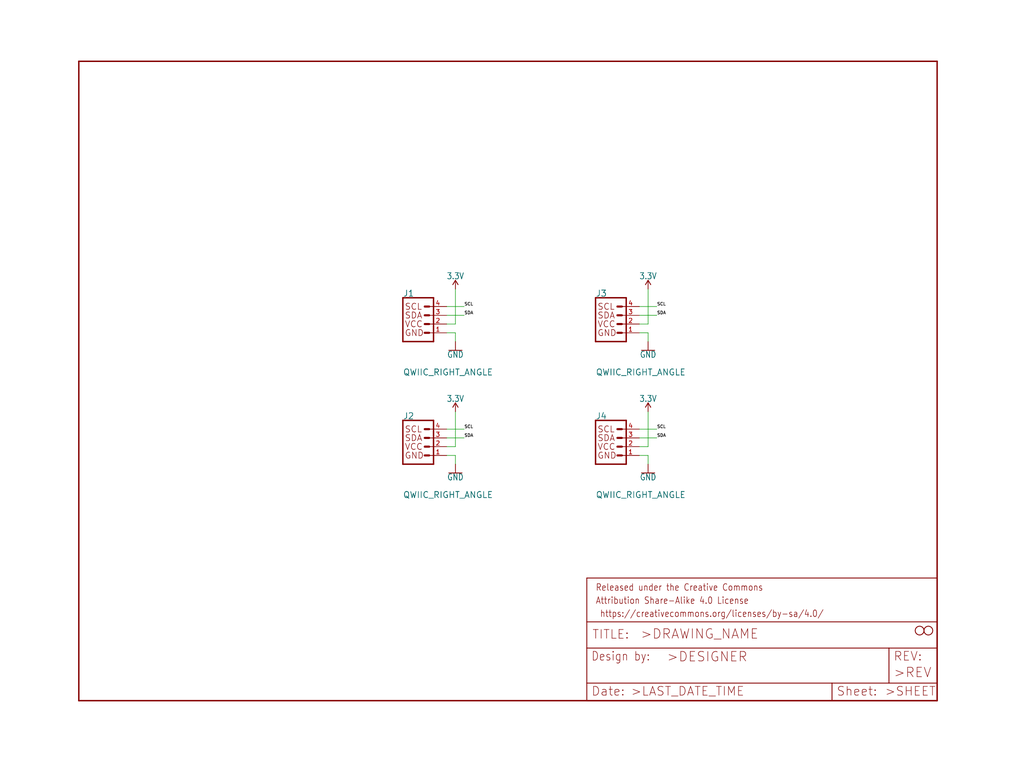
<source format=kicad_sch>
(kicad_sch (version 20211123) (generator eeschema)
  (paper "User" 297.002 223.926)
  (lib_symbols
    (symbol "eagleSchem-eagle-import:3.3V" (power)
      (property "Value" "3.3V" (at 0 2.794 0))
      (symbol "3.3V_1_0"
        (polyline (pts (xy 0 2.54) (xy -0.762 1.27)) (stroke (width 0.254)))
        (polyline (pts (xy 0.762 1.27) (xy 0 2.54)) (stroke (width 0.254)))
        (pin power_in line (at 0 0 90) (length 2.54) (name "3.3V") (number "1"))
      )
    )
    (symbol "eagleSchem-eagle-import:FRAME-LETTER"
      (symbol "FRAME-LETTER_1_0"
        (polyline (pts (xy 0 0) (xy 248.92 0)) (stroke (width 0.4064)))
        (polyline (pts (xy 0 185.42) (xy 0 0)) (stroke (width 0.4064)))
        (polyline (pts (xy 0 185.42) (xy 248.92 185.42)) (stroke (width 0.4064)))
        (polyline (pts (xy 248.92 185.42) (xy 248.92 0)) (stroke (width 0.4064)))
      )
      (symbol "FRAME-LETTER_2_0"
        (polyline (pts (xy 0 0) (xy 0 5.08)) (stroke (width 0.254)))
        (polyline (pts (xy 0 0) (xy 71.12 0)) (stroke (width 0.254)))
        (polyline (pts (xy 0 5.08) (xy 0 15.24)) (stroke (width 0.254)))
        (polyline (pts (xy 0 5.08) (xy 71.12 5.08)) (stroke (width 0.254)))
        (polyline (pts (xy 0 15.24) (xy 0 22.86)) (stroke (width 0.254)))
        (polyline (pts (xy 0 22.86) (xy 0 35.56)) (stroke (width 0.254)))
        (polyline (pts (xy 0 22.86) (xy 101.6 22.86)) (stroke (width 0.254)))
        (polyline (pts (xy 71.12 0) (xy 101.6 0)) (stroke (width 0.254)))
        (polyline (pts (xy 71.12 5.08) (xy 71.12 0)) (stroke (width 0.254)))
        (polyline (pts (xy 71.12 5.08) (xy 87.63 5.08)) (stroke (width 0.254)))
        (polyline (pts (xy 87.63 5.08) (xy 101.6 5.08)) (stroke (width 0.254)))
        (polyline (pts (xy 87.63 15.24) (xy 0 15.24)) (stroke (width 0.254)))
        (polyline (pts (xy 87.63 15.24) (xy 87.63 5.08)) (stroke (width 0.254)))
        (polyline (pts (xy 101.6 5.08) (xy 101.6 0)) (stroke (width 0.254)))
        (polyline (pts (xy 101.6 15.24) (xy 87.63 15.24)) (stroke (width 0.254)))
        (polyline (pts (xy 101.6 15.24) (xy 101.6 5.08)) (stroke (width 0.254)))
        (polyline (pts (xy 101.6 22.86) (xy 101.6 15.24)) (stroke (width 0.254)))
        (polyline (pts (xy 101.6 35.56) (xy 0 35.56)) (stroke (width 0.254)))
        (polyline (pts (xy 101.6 35.56) (xy 101.6 22.86)) (stroke (width 0.254)))
        (text " https://creativecommons.org/licenses/by-sa/4.0/" (at 2.54 24.13 0) (effects (font (size 1.9304 1.6408)) (justify left bottom)))
        (text ">DESIGNER" (at 23.114 11.176 0) (effects (font (size 2.7432 2.7432)) (justify left bottom)))
        (text ">DRAWING_NAME" (at 15.494 17.78 0) (effects (font (size 2.7432 2.7432)) (justify left bottom)))
        (text ">LAST_DATE_TIME" (at 12.7 1.27 0) (effects (font (size 2.54 2.54)) (justify left bottom)))
        (text ">REV" (at 88.9 6.604 0) (effects (font (size 2.7432 2.7432)) (justify left bottom)))
        (text ">SHEET" (at 86.36 1.27 0) (effects (font (size 2.54 2.54)) (justify left bottom)))
        (text "Attribution Share-Alike 4.0 License" (at 2.54 27.94 0) (effects (font (size 1.9304 1.6408)) (justify left bottom)))
        (text "Date:" (at 1.27 1.27 0) (effects (font (size 2.54 2.54)) (justify left bottom)))
        (text "Design by:" (at 1.27 11.43 0) (effects (font (size 2.54 2.159)) (justify left bottom)))
        (text "Released under the Creative Commons" (at 2.54 31.75 0) (effects (font (size 1.9304 1.6408)) (justify left bottom)))
        (text "REV:" (at 88.9 11.43 0) (effects (font (size 2.54 2.54)) (justify left bottom)))
        (text "Sheet:" (at 72.39 1.27 0) (effects (font (size 2.54 2.54)) (justify left bottom)))
        (text "TITLE:" (at 1.524 17.78 0) (effects (font (size 2.54 2.54)) (justify left bottom)))
      )
    )
    (symbol "eagleSchem-eagle-import:GND" (power)
      (property "Value" "GND" (at 0 -0.254 0))
      (symbol "GND_1_0"
        (polyline (pts (xy -1.905 0) (xy 1.905 0)) (stroke (width 0.254)))
        (pin power_in line (at 0 2.54 270) (length 2.54) (name "GND") (number "1"))
      )
    )
    (symbol "eagleSchem-eagle-import:QWIIC_CONNECTORJS-1MM"
      (property "Reference" "J" (at -5.08 7.874 0))
      (property "Value" "QWIIC_CONNECTORJS-1MM" (at -5.08 -5.334 0))
      (symbol "QWIIC_CONNECTORJS-1MM_1_0"
        (polyline (pts (xy -5.08 7.62) (xy -5.08 -5.08)) (stroke (width 0.4064)))
        (polyline (pts (xy -5.08 7.62) (xy 3.81 7.62)) (stroke (width 0.4064)))
        (polyline (pts (xy 1.27 -2.54) (xy 2.54 -2.54)) (stroke (width 0.6096)))
        (polyline (pts (xy 1.27 0) (xy 2.54 0)) (stroke (width 0.6096)))
        (polyline (pts (xy 1.27 2.54) (xy 2.54 2.54)) (stroke (width 0.6096)))
        (polyline (pts (xy 1.27 5.08) (xy 2.54 5.08)) (stroke (width 0.6096)))
        (polyline (pts (xy 3.81 -5.08) (xy -5.08 -5.08)) (stroke (width 0.4064)))
        (polyline (pts (xy 3.81 -5.08) (xy 3.81 7.62)) (stroke (width 0.4064)))
        (text "GND" (at -4.572 -2.54 0) (effects (font (size 1.778 1.778)) (justify left)))
        (text "SCL" (at -4.572 5.08 0) (effects (font (size 1.778 1.778)) (justify left)))
        (text "SDA" (at -4.572 2.54 0) (effects (font (size 1.778 1.778)) (justify left)))
        (text "VCC" (at -4.572 0 0) (effects (font (size 1.778 1.778)) (justify left)))
        (pin power_in line (at 7.62 -2.54 180) (length 5.08) (name "1") (number "1"))
        (pin power_in line (at 7.62 0 180) (length 5.08) (name "2") (number "2"))
        (pin passive line (at 7.62 2.54 180) (length 5.08) (name "3") (number "3"))
        (pin passive line (at 7.62 5.08 180) (length 5.08) (name "4") (number "4"))
      )
    )
    (symbol "eagleSchem-eagle-import:STAND-OFFTIGHT"
      (symbol "STAND-OFFTIGHT_1_0"
        (circle (center 0 0) (radius 1.27) (stroke (width 0.254)))
      )
    )
  )
  (wire (pts (xy 187.96 93.98) (xy 187.96 83.82)))
  (wire (pts (xy 185.42 91.44) (xy 190.5 91.44)))
  (wire (pts (xy 129.54 124.46) (xy 134.62 124.46)))
  (wire (pts (xy 185.42 129.54) (xy 187.96 129.54)))
  (wire (pts (xy 129.54 93.98) (xy 132.08 93.98)))
  (wire (pts (xy 132.08 129.54) (xy 132.08 119.38)))
  (wire (pts (xy 129.54 88.9) (xy 134.62 88.9)))
  (wire (pts (xy 187.96 129.54) (xy 187.96 119.38)))
  (wire (pts (xy 187.96 132.08) (xy 187.96 134.62)))
  (wire (pts (xy 129.54 127) (xy 134.62 127)))
  (wire (pts (xy 129.54 96.52) (xy 132.08 96.52)))
  (wire (pts (xy 129.54 91.44) (xy 134.62 91.44)))
  (wire (pts (xy 185.42 132.08) (xy 187.96 132.08)))
  (wire (pts (xy 187.96 96.52) (xy 187.96 99.06)))
  (wire (pts (xy 185.42 124.46) (xy 190.5 124.46)))
  (wire (pts (xy 129.54 129.54) (xy 132.08 129.54)))
  (wire (pts (xy 185.42 93.98) (xy 187.96 93.98)))
  (wire (pts (xy 185.42 88.9) (xy 190.5 88.9)))
  (wire (pts (xy 132.08 93.98) (xy 132.08 83.82)))
  (wire (pts (xy 185.42 96.52) (xy 187.96 96.52)))
  (wire (pts (xy 185.42 127) (xy 190.5 127)))
  (wire (pts (xy 129.54 132.08) (xy 132.08 132.08)))
  (wire (pts (xy 132.08 132.08) (xy 132.08 134.62)))
  (wire (pts (xy 132.08 96.52) (xy 132.08 99.06)))
  (label "SDA" (at 190.5 127 0) (effects (font (size 0.889 0.889))))
  (label "SDA" (at 134.62 127 0) (effects (font (size 0.889 0.889))))
  (label "SCL" (at 134.62 124.46 0) (effects (font (size 0.889 0.889))))
  (label "SCL" (at 134.62 88.9 0) (effects (font (size 0.889 0.889))))
  (label "SCL" (at 190.5 88.9 0) (effects (font (size 0.889 0.889))))
  (label "SCL" (at 190.5 124.46 0) (effects (font (size 0.889 0.889))))
  (label "SDA" (at 190.5 91.44 0) (effects (font (size 0.889 0.889))))
  (label "SDA" (at 134.62 91.44 0) (effects (font (size 0.889 0.889))))
  (symbol (lib_id "eagleSchem-eagle-import:GND") (at 132.08 137.16 0) (unit 1)
    (property "Reference" "#GND1" (effects hide))
    (property "Value" "GND" (at 132.08 137.414 0) (effects (font (size 1.778 1.5113)) (justify top)))
    (property "Footprint" "eagleSchem:" (effects hide))
  )
  (symbol (lib_id "eagleSchem-eagle-import:FRAME-LETTER") (at 170.18 203.2 0) (unit 2)
    (property "Reference" "FRAME1" (effects hide))
    (property "Value" "FRAME-LETTER" (effects hide))
    (property "Footprint" "eagleSchem:CREATIVE_COMMONS" (effects hide))
  )
  (symbol (lib_id "eagleSchem-eagle-import:QWIIC_CONNECTORJS-1MM") (at 121.92 93.98 0) (unit 1)
    (property "Reference" "J1" (at 116.84 86.106 0) (effects (font (size 1.778 1.778)) (justify left bottom)))
    (property "Value" "QWIIC_RIGHT_ANGLE" (at 116.84 106.934 0) (effects (font (size 1.778 1.778)) (justify left top)))
    (property "Footprint" "eagleSchem:JST04_1MM_RA" (effects hide))
  )
  (symbol (lib_id "eagleSchem-eagle-import:3.3V") (at 132.08 83.82 0) (unit 1)
    (property "Reference" "#SUPPLY1" (effects hide))
    (property "Value" "3.3V" (at 132.08 81.026 0) (effects (font (size 1.778 1.5113)) (justify bottom)))
    (property "Footprint" "eagleSchem:" (effects hide))
  )
  (symbol (lib_id "eagleSchem-eagle-import:FRAME-LETTER") (at 22.86 203.2 0) (unit 1)
    (property "Reference" "FRAME1" (effects hide))
    (property "Value" "FRAME-LETTER" (effects hide))
    (property "Footprint" "eagleSchem:CREATIVE_COMMONS" (effects hide))
  )
  (symbol (lib_id "eagleSchem-eagle-import:STAND-OFFTIGHT") (at 266.7 182.88 0) (unit 1)
    (property "Reference" "H1" (effects hide))
    (property "Value" "STAND-OFFTIGHT" (effects hide))
    (property "Footprint" "eagleSchem:STAND-OFF-TIGHT" (effects hide))
  )
  (symbol (lib_id "eagleSchem-eagle-import:3.3V") (at 187.96 119.38 0) (unit 1)
    (property "Reference" "#SUPPLY4" (effects hide))
    (property "Value" "3.3V" (at 187.96 116.586 0) (effects (font (size 1.778 1.5113)) (justify bottom)))
    (property "Footprint" "eagleSchem:" (effects hide))
  )
  (symbol (lib_id "eagleSchem-eagle-import:STAND-OFFTIGHT") (at 269.24 182.88 0) (unit 1)
    (property "Reference" "H2" (effects hide))
    (property "Value" "STAND-OFFTIGHT" (effects hide))
    (property "Footprint" "eagleSchem:STAND-OFF-TIGHT" (effects hide))
  )
  (symbol (lib_id "eagleSchem-eagle-import:GND") (at 187.96 101.6 0) (unit 1)
    (property "Reference" "#GND3" (effects hide))
    (property "Value" "GND" (at 187.96 101.854 0) (effects (font (size 1.778 1.5113)) (justify top)))
    (property "Footprint" "eagleSchem:" (effects hide))
  )
  (symbol (lib_id "eagleSchem-eagle-import:QWIIC_CONNECTORJS-1MM") (at 177.8 93.98 0) (unit 1)
    (property "Reference" "J3" (at 172.72 86.106 0) (effects (font (size 1.778 1.778)) (justify left bottom)))
    (property "Value" "QWIIC_RIGHT_ANGLE" (at 172.72 106.934 0) (effects (font (size 1.778 1.778)) (justify left top)))
    (property "Footprint" "eagleSchem:JST04_1MM_RA" (effects hide))
  )
  (symbol (lib_id "eagleSchem-eagle-import:QWIIC_CONNECTORJS-1MM") (at 177.8 129.54 0) (unit 1)
    (property "Reference" "J4" (at 172.72 121.666 0) (effects (font (size 1.778 1.778)) (justify left bottom)))
    (property "Value" "QWIIC_RIGHT_ANGLE" (at 172.72 142.494 0) (effects (font (size 1.778 1.778)) (justify left top)))
    (property "Footprint" "eagleSchem:JST04_1MM_RA" (effects hide))
  )
  (symbol (lib_id "eagleSchem-eagle-import:3.3V") (at 187.96 83.82 0) (unit 1)
    (property "Reference" "#SUPPLY2" (effects hide))
    (property "Value" "3.3V" (at 187.96 81.026 0) (effects (font (size 1.778 1.5113)) (justify bottom)))
    (property "Footprint" "eagleSchem:" (effects hide))
  )
  (symbol (lib_id "eagleSchem-eagle-import:3.3V") (at 132.08 119.38 0) (unit 1)
    (property "Reference" "#SUPPLY3" (effects hide))
    (property "Value" "3.3V" (at 132.08 116.586 0) (effects (font (size 1.778 1.5113)) (justify bottom)))
    (property "Footprint" "eagleSchem:" (effects hide))
  )
  (symbol (lib_id "eagleSchem-eagle-import:GND") (at 132.08 101.6 0) (unit 1)
    (property "Reference" "#GND4" (effects hide))
    (property "Value" "GND" (at 132.08 101.854 0) (effects (font (size 1.778 1.5113)) (justify top)))
    (property "Footprint" "eagleSchem:" (effects hide))
  )
  (symbol (lib_id "eagleSchem-eagle-import:GND") (at 187.96 137.16 0) (unit 1)
    (property "Reference" "#GND2" (effects hide))
    (property "Value" "GND" (at 187.96 137.414 0) (effects (font (size 1.778 1.5113)) (justify top)))
    (property "Footprint" "eagleSchem:" (effects hide))
  )
  (symbol (lib_id "eagleSchem-eagle-import:QWIIC_CONNECTORJS-1MM") (at 121.92 129.54 0) (unit 1)
    (property "Reference" "J2" (at 116.84 121.666 0) (effects (font (size 1.778 1.778)) (justify left bottom)))
    (property "Value" "QWIIC_RIGHT_ANGLE" (at 116.84 142.494 0) (effects (font (size 1.778 1.778)) (justify left top)))
    (property "Footprint" "eagleSchem:JST04_1MM_RA" (effects hide))
  )
)
</source>
